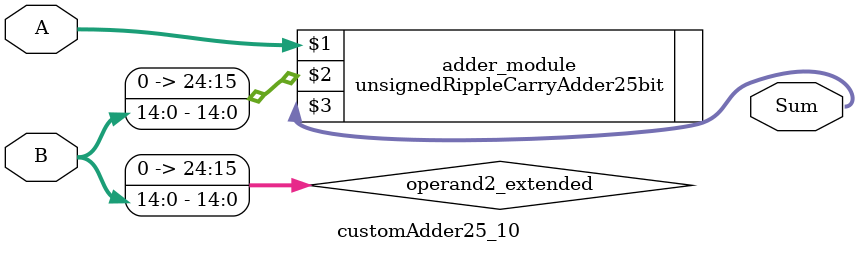
<source format=v>

module customAdder25_10(
                    input [24 : 0] A,
                    input [14 : 0] B,
                    
                    output [25 : 0] Sum
            );

    wire [24 : 0] operand2_extended;
    
    assign operand2_extended =  {10'b0, B};
    
    unsignedRippleCarryAdder25bit adder_module(
        A,
        operand2_extended,
        Sum
    );
    
endmodule
        
</source>
